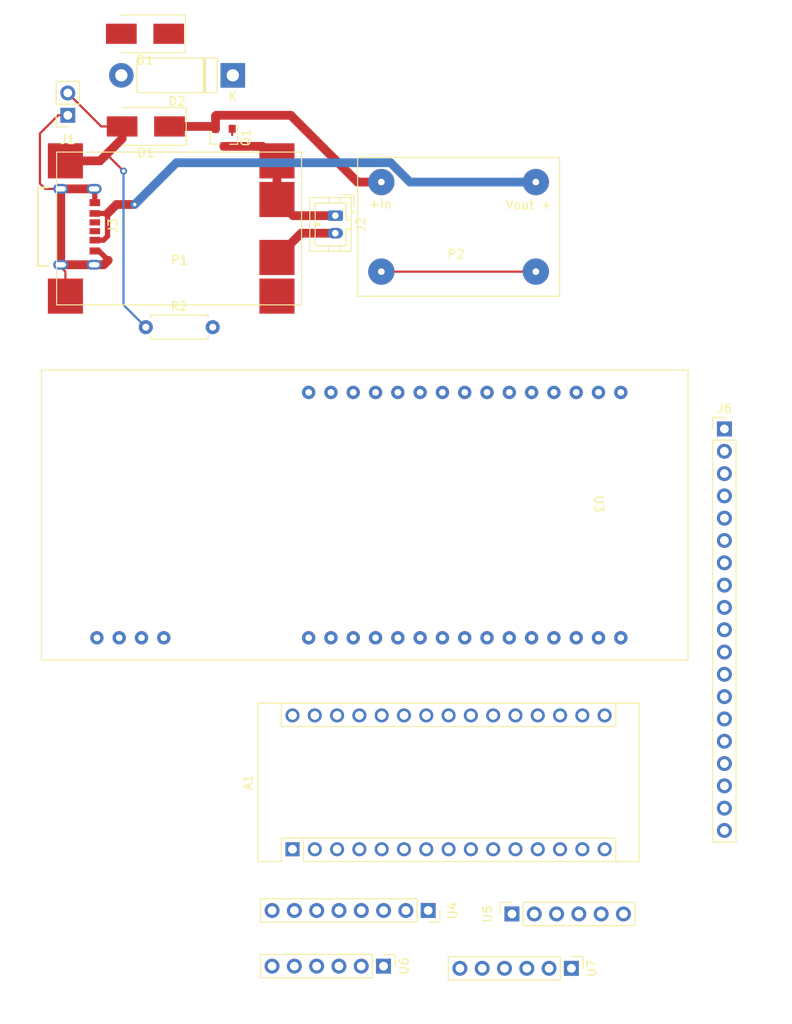
<source format=kicad_pcb>
(kicad_pcb (version 20211014) (generator pcbnew)
  (layers (0 "F.Cu" signal "Front") (31 "B.Cu" signal "Back") (34 "B.Paste" user) (35 "F.Paste" user) (36 "B.SilkS" user "B.Silkscreen") (37 "F.SilkS" user "F.Silkscreen") (38 "B.Mask" user) (39 "F.Mask" user) (44 "Edge.Cuts" user))
  (net 0 "")
  (net 1 "Net-(D1-Pad2)")
  (net 2 "Net-(D1-Pad1)")
  (net 3 "GND")
  (net 4 "/Sensors and microcontrollers/TX_ARD")
  (net 5 "/Sensors and microcontrollers/RX_ARD")
  (net 9 "/Sensors and microcontrollers/INT_OUT_ARD")
  (net 11 "/Sensors and microcontrollers/CS_SD")
  (net 12 "/Sensors and microcontrollers/BOOST")
  (net 13 "/Sensors and microcontrollers/TX_PMS")
  (net 14 "/Sensors and microcontrollers/RX_PMS")
  (net 15 "/Sensors and microcontrollers/LED_EN")
  (net 16 "/Sensors and microcontrollers/MOSI")
  (net 17 "/Sensors and microcontrollers/MISO")
  (net 18 "/Sensors and microcontrollers/CLK")
  (net 25 "/Sensors and microcontrollers/SDA")
  (net 26 "/Sensors and microcontrollers/SCL")
  (net 31 "Net-(J2-Pad2)")
  (net 32 "+5V")
  (net 35 "/Sensors and microcontrollers/Y4_CAM")
  (net 36 "/Sensors and microcontrollers/Y3_CAM")
  (net 37 "/Sensors and microcontrollers/Y5_CAM")
  (net 38 "/Sensors and microcontrollers/Y2_CAM")
  (net 39 "/Sensors and microcontrollers/Y6_CAM")
  (net 40 "/Sensors and microcontrollers/PCLK_CAM")
  (net 41 "/Sensors and microcontrollers/Y7_CAM")
  (net 42 "/Sensors and microcontrollers/Y8_CAM")
  (net 43 "/Sensors and microcontrollers/XCLK_CAM")
  (net 44 "/Sensors and microcontrollers/Y9_CAM")
  (net 45 "/Sensors and microcontrollers/HREF_CAM")
  (net 46 "/Sensors and microcontrollers/PWDN_CAM")
  (net 47 "/Sensors and microcontrollers/VSYNC_CAM")
  (net 48 "/Sensors and microcontrollers/SOIC_CAM")
  (net 49 "/Sensors and microcontrollers/SIOD_CAM")
  (net 50 "Net-(P1-Pad6)")
  (net 51 "Net-(D2-Pad1)")
  (net 61 "Net-(U3-Pad16)")
  (net 62 "Net-(U3-Pad17)")
  (net 71 "/Power Supply/Vbat")
  (net 72 "+3V3")
  (net 73 "/Sensors and microcontrollers/CAM_RST")
  (footprint "Connector_PinSocket_2.54mm:PinSocket_1x02_P2.54mm_Vertical" (layer "F.Cu") (at 76.2 81.28 180)
    (fp_text reference "J1" (at 0 -2.77) (layer "F.SilkS"))
    (fp_text value "Conn_01x02_Female")
    (pad "1" thru_hole rect locked (at 0 0 180) (size 1.7 1.7) (drill 1) (layers *.Cu *.Mask) (net 3 "GND"))
    (pad "2" thru_hole oval locked (at 0 2.54 180) (size 1.7 1.7) (drill 1) (layers *.Cu *.Mask) (net 1 "Net-(D1-Pad2)"))
  )
  (footprint "components:GCT_USB4125-GF-A-0190_REVA2" (layer "F.Cu") (at 76.2 93.98 -90)
    (fp_text reference "J3" (at -0.125 -5.135 -90) (layer "F.SilkS"))
    (fp_text value "USB_C_Receptacle_USB2.0")
    (fp_poly (pts (xy -4.32 -0.05) (xy -4.349 -0.049) (xy -4.377 -0.047) (xy -4.406 -0.043) (xy -4.434 -0.038) (xy -4.462 -0.031) (xy -4.49 -0.023) (xy -4.517 -0.013) (xy -4.544 -0.002) (xy -4.57 0.01) (xy -4.595 0.024) (xy -4.62 0.039) (xy -4.643 0.055) (xy -4.666 0.073) (xy -4.688 0.091) (xy -4.709 0.111) (xy -4.729 0.132) (xy -4.747 0.154) (xy -4.765 0.177) (xy -4.781 0.2) (xy -4.796 0.225) (xy -4.81 0.25) (xy -4.822 0.276) (xy -4.833 0.303) (xy -4.843 0.33) (xy -4.851 0.358) (xy -4.858 0.386) (xy -4.863 0.414) (xy -4.867 0.443) (xy -4.869 0.471) (xy -4.87 0.5) (xy -4.87 1.1) (xy -4.869 1.129) (xy -4.867 1.157) (xy -4.863 1.186) (xy -4.858 1.214) (xy -4.851 1.242) (xy -4.843 1.27) (xy -4.833 1.297) (xy -4.822 1.324) (xy -4.81 1.35) (xy -4.796 1.375) (xy -4.781 1.4) (xy -4.765 1.423) (xy -4.747 1.446) (xy -4.729 1.468) (xy -4.709 1.489) (xy -4.688 1.509) (xy -4.666 1.527) (xy -4.643 1.545) (xy -4.62 1.561) (xy -4.595 1.576) (xy -4.57 1.59) (xy -4.544 1.602) (xy -4.517 1.613) (xy -4.49 1.623) (xy -4.462 1.631) (xy -4.434 1.638) (xy -4.406 1.643) (xy -4.377 1.647) (xy -4.349 1.649) (xy -4.32 1.65) (xy -4.291 1.649) (xy -4.263 1.647) (xy -4.234 1.643) (xy -4.206 1.638) (xy -4.178 1.631) (xy -4.15 1.623) (xy -4.123 1.613) (xy -4.096 1.602) (xy -4.07 1.59) (xy -4.045 1.576) (xy -4.02 1.561) (xy -3.997 1.545) (xy -3.974 1.527) (xy -3.952 1.509) (xy -3.931 1.489) (xy -3.911 1.468) (xy -3.893 1.446) (xy -3.875 1.423) (xy -3.859 1.4) (xy -3.844 1.375) (xy -3.83 1.35) (xy -3.818 1.324) (xy -3.807 1.297) (xy -3.797 1.27) (xy -3.789 1.242) (xy -3.782 1.214) (xy -3.777 1.186) (xy -3.773 1.157) (xy -3.771 1.129) (xy -3.77 1.1) (xy -3.77 0.5) (xy -3.771 0.471) (xy -3.773 0.443) (xy -3.777 0.414) (xy -3.782 0.386) (xy -3.789 0.358) (xy -3.797 0.33) (xy -3.807 0.303) (xy -3.818 0.276) (xy -3.83 0.25) (xy -3.844 0.225) (xy -3.859 0.2) (xy -3.875 0.177) (xy -3.893 0.154) (xy -3.911 0.132) (xy -3.931 0.111) (xy -3.952 0.091) (xy -3.974 0.073) (xy -3.997 0.055) (xy -4.02 0.039) (xy -4.045 0.024) (xy -4.07 0.01) (xy -4.096 -0.002) (xy -4.123 -0.013) (xy -4.15 -0.023) (xy -4.178 -0.031) (xy -4.206 -0.038) (xy -4.234 -0.043) (xy -4.263 -0.047) (xy -4.291 -0.049) (xy -4.32 -0.05)) (layer "F.Cu") (width 0.01) (fill solid))
    (fp_poly (pts (xy -4.32 -3.85) (xy -4.349 -3.849) (xy -4.377 -3.847) (xy -4.406 -3.843) (xy -4.434 -3.838) (xy -4.462 -3.831) (xy -4.49 -3.823) (xy -4.517 -3.813) (xy -4.544 -3.802) (xy -4.57 -3.79) (xy -4.595 -3.776) (xy -4.62 -3.761) (xy -4.643 -3.745) (xy -4.666 -3.727) (xy -4.688 -3.709) (xy -4.709 -3.689) (xy -4.729 -3.668) (xy -4.747 -3.646) (xy -4.765 -3.623) (xy -4.781 -3.6) (xy -4.796 -3.575) (xy -4.81 -3.55) (xy -4.822 -3.524) (xy -4.833 -3.497) (xy -4.843 -3.47) (xy -4.851 -3.442) (xy -4.858 -3.414) (xy -4.863 -3.386) (xy -4.867 -3.357) (xy -4.869 -3.329) (xy -4.87 -3.3) (xy -4.87 -2.7) (xy -4.869 -2.671) (xy -4.867 -2.643) (xy -4.863 -2.614) (xy -4.858 -2.586) (xy -4.851 -2.558) (xy -4.843 -2.53) (xy -4.833 -2.503) (xy -4.822 -2.476) (xy -4.81 -2.45) (xy -4.796 -2.425) (xy -4.781 -2.4) (xy -4.765 -2.377) (xy -4.747 -2.354) (xy -4.729 -2.332) (xy -4.709 -2.311) (xy -4.688 -2.291) (xy -4.666 -2.273) (xy -4.643 -2.255) (xy -4.62 -2.239) (xy -4.595 -2.224) (xy -4.57 -2.21) (xy -4.544 -2.198) (xy -4.517 -2.187) (xy -4.49 -2.177) (xy -4.462 -2.169) (xy -4.434 -2.162) (xy -4.406 -2.157) (xy -4.377 -2.153) (xy -4.349 -2.151) (xy -4.32 -2.15) (xy -4.291 -2.151) (xy -4.263 -2.153) (xy -4.234 -2.157) (xy -4.206 -2.162) (xy -4.178 -2.169) (xy -4.15 -2.177) (xy -4.123 -2.187) (xy -4.096 -2.198) (xy -4.07 -2.21) (xy -4.045 -2.224) (xy -4.02 -2.239) (xy -3.997 -2.255) (xy -3.974 -2.273) (xy -3.952 -2.291) (xy -3.931 -2.311) (xy -3.911 -2.332) (xy -3.893 -2.354) (xy -3.875 -2.377) (xy -3.859 -2.4) (xy -3.844 -2.425) (xy -3.83 -2.45) (xy -3.818 -2.476) (xy -3.807 -2.503) (xy -3.797 -2.53) (xy -3.789 -2.558) (xy -3.782 -2.586) (xy -3.777 -2.614) (xy -3.773 -2.643) (xy -3.771 -2.671) (xy -3.77 -2.7) (xy -3.77 -3.3) (xy -3.771 -3.329) (xy -3.773 -3.357) (xy -3.777 -3.386) (xy -3.782 -3.414) (xy -3.789 -3.442) (xy -3.797 -3.47) (xy -3.807 -3.497) (xy -3.818 -3.524) (xy -3.83 -3.55) (xy -3.844 -3.575) (xy -3.859 -3.6) (xy -3.875 -3.623) (xy -3.893 -3.646) (xy -3.911 -3.668) (xy -3.931 -3.689) (xy -3.952 -3.709) (xy -3.974 -3.727) (xy -3.997 -3.745) (xy -4.02 -3.761) (xy -4.045 -3.776) (xy -4.07 -3.79) (xy -4.096 -3.802) (xy -4.123 -3.813) (xy -4.15 -3.823) (xy -4.178 -3.831) (xy -4.206 -3.838) (xy -4.234 -3.843) (xy -4.263 -3.847) (xy -4.291 -3.849) (xy -4.32 -3.85)) (layer "F.Cu") (width 0.01) (fill solid))
    (fp_poly (pts (xy 4.32 -0.05) (xy 4.291 -0.049) (xy 4.263 -0.047) (xy 4.234 -0.043) (xy 4.206 -0.038) (xy 4.178 -0.031) (xy 4.15 -0.023) (xy 4.123 -0.013) (xy 4.096 -0.002) (xy 4.07 0.01) (xy 4.045 0.024) (xy 4.02 0.039) (xy 3.997 0.055) (xy 3.974 0.073) (xy 3.952 0.091) (xy 3.931 0.111) (xy 3.911 0.132) (xy 3.893 0.154) (xy 3.875 0.177) (xy 3.859 0.2) (xy 3.844 0.225) (xy 3.83 0.25) (xy 3.818 0.276) (xy 3.807 0.303) (xy 3.797 0.33) (xy 3.789 0.358) (xy 3.782 0.386) (xy 3.777 0.414) (xy 3.773 0.443) (xy 3.771 0.471) (xy 3.77 0.5) (xy 3.77 1.1) (xy 3.771 1.129) (xy 3.773 1.157) (xy 3.777 1.186) (xy 3.782 1.214) (xy 3.789 1.242) (xy 3.797 1.27) (xy 3.807 1.297) (xy 3.818 1.324) (xy 3.83 1.35) (xy 3.844 1.375) (xy 3.859 1.4) (xy 3.875 1.423) (xy 3.893 1.446) (xy 3.911 1.468) (xy 3.931 1.489) (xy 3.952 1.509) (xy 3.974 1.527) (xy 3.997 1.545) (xy 4.02 1.561) (xy 4.045 1.576) (xy 4.07 1.59) (xy 4.096 1.602) (xy 4.123 1.613) (xy 4.15 1.623) (xy 4.178 1.631) (xy 4.206 1.638) (xy 4.234 1.643) (xy 4.263 1.647) (xy 4.291 1.649) (xy 4.32 1.65) (xy 4.349 1.649) (xy 4.377 1.647) (xy 4.406 1.643) (xy 4.434 1.638) (xy 4.462 1.631) (xy 4.49 1.623) (xy 4.517 1.613) (xy 4.544 1.602) (xy 4.57 1.59) (xy 4.595 1.576) (xy 4.62 1.561) (xy 4.643 1.545) (xy 4.666 1.527) (xy 4.688 1.509) (xy 4.709 1.489) (xy 4.729 1.468) (xy 4.747 1.446) (xy 4.765 1.423) (xy 4.781 1.4) (xy 4.796 1.375) (xy 4.81 1.35) (xy 4.822 1.324) (xy 4.833 1.297) (xy 4.843 1.27) (xy 4.851 1.242) (xy 4.858 1.214) (xy 4.863 1.186) (xy 4.867 1.157) (xy 4.869 1.129) (xy 4.87 1.1) (xy 4.87 0.5) (xy 4.869 0.471) (xy 4.867 0.443) (xy 4.863 0.414) (xy 4.858 0.386) (xy 4.851 0.358) (xy 4.843 0.33) (xy 4.833 0.303) (xy 4.822 0.276) (xy 4.81 0.25) (xy 4.796 0.225) (xy 4.781 0.2) (xy 4.765 0.177) (xy 4.747 0.154) (xy 4.729 0.132) (xy 4.709 0.111) (xy 4.688 0.091) (xy 4.666 0.073) (xy 4.643 0.055) (xy 4.62 0.039) (xy 4.595 0.024) (xy 4.57 0.01) (xy 4.544 -0.002) (xy 4.517 -0.013) (xy 4.49 -0.023) (xy 4.462 -0.031) (xy 4.434 -0.038) (xy 4.406 -0.043) (xy 4.377 -0.047) (xy 4.349 -0.049) (xy 4.32 -0.05)) (layer "F.Cu") (width 0.01) (fill solid))
    (fp_poly (pts (xy 4.32 -3.85) (xy 4.291 -3.849) (xy 4.263 -3.847) (xy 4.234 -3.843) (xy 4.206 -3.838) (xy 4.178 -3.831) (xy 4.15 -3.823) (xy 4.123 -3.813) (xy 4.096 -3.802) (xy 4.07 -3.79) (xy 4.045 -3.776) (xy 4.02 -3.761) (xy 3.997 -3.745) (xy 3.974 -3.727) (xy 3.952 -3.709) (xy 3.931 -3.689) (xy 3.911 -3.668) (xy 3.893 -3.646) (xy 3.875 -3.623) (xy 3.859 -3.6) (xy 3.844 -3.575) (xy 3.83 -3.55) (xy 3.818 -3.524) (xy 3.807 -3.497) (xy 3.797 -3.47) (xy 3.789 -3.442) (xy 3.782 -3.414) (xy 3.777 -3.386) (xy 3.773 -3.357) (xy 3.771 -3.329) (xy 3.77 -3.3) (xy 3.77 -2.7) (xy 3.771 -2.671) (xy 3.773 -2.643) (xy 3.777 -2.614) (xy 3.782 -2.586) (xy 3.789 -2.558) (xy 3.797 -2.53) (xy 3.807 -2.503) (xy 3.818 -2.476) (xy 3.83 -2.45) (xy 3.844 -2.425) (xy 3.859 -2.4) (xy 3.875 -2.377) (xy 3.893 -2.354) (xy 3.911 -2.332) (xy 3.931 -2.311) (xy 3.952 -2.291) (xy 3.974 -2.273) (xy 3.997 -2.255) (xy 4.02 -2.239) (xy 4.045 -2.224) (xy 4.07 -2.21) (xy 4.096 -2.198) (xy 4.123 -2.187) (xy 4.15 -2.177) (xy 4.178 -2.169) (xy 4.206 -2.162) (xy 4.234 -2.157) (xy 4.263 -2.153) (xy 4.291 -2.151) (xy 4.32 -2.15) (xy 4.349 -2.151) (xy 4.377 -2.153) (xy 4.406 -2.157) (xy 4.434 -2.162) (xy 4.462 -2.169) (xy 4.49 -2.177) (xy 4.517 -2.187) (xy 4.544 -2.198) (xy 4.57 -2.21) (xy 4.595 -2.224) (xy 4.62 -2.239) (xy 4.643 -2.255) (xy 4.666 -2.273) (xy 4.688 -2.291) (xy 4.709 -2.311) (xy 4.729 -2.332) (xy 4.747 -2.354) (xy 4.765 -2.377) (xy 4.781 -2.4) (xy 4.796 -2.425) (xy 4.81 -2.45) (xy 4.822 -2.476) (xy 4.833 -2.503) (xy 4.843 -2.53) (xy 4.851 -2.558) (xy 4.858 -2.586) (xy 4.863 -2.614) (xy 4.867 -2.643) (xy 4.869 -2.671) (xy 4.87 -2.7) (xy 4.87 -3.3) (xy 4.869 -3.329) (xy 4.867 -3.357) (xy 4.863 -3.386) (xy 4.858 -3.414) (xy 4.851 -3.442) (xy 4.843 -3.47) (xy 4.833 -3.497) (xy 4.822 -3.524) (xy 4.81 -3.55) (xy 4.796 -3.575) (xy 4.781 -3.6) (xy 4.765 -3.623) (xy 4.747 -3.646) (xy 4.729 -3.668) (xy 4.709 -3.689) (xy 4.688 -3.709) (xy 4.666 -3.727) (xy 4.643 -3.745) (xy 4.62 -3.761) (xy 4.595 -3.776) (xy 4.57 -3.79) (xy 4.544 -3.802) (xy 4.517 -3.813) (xy 4.49 -3.823) (xy 4.462 -3.831) (xy 4.434 -3.838) (xy 4.406 -3.843) (xy 4.377 -3.847) (xy 4.349 -3.849) (xy 4.32 -3.85)) (layer "F.Cu") (width 0.01) (fill solid))
    (fp_poly (pts (xy -4.32 -3.85) (xy -4.349 -3.849) (xy -4.377 -3.847) (xy -4.406 -3.843) (xy -4.434 -3.838) (xy -4.462 -3.831) (xy -4.49 -3.823) (xy -4.517 -3.813) (xy -4.544 -3.802) (xy -4.57 -3.79) (xy -4.595 -3.776) (xy -4.62 -3.761) (xy -4.643 -3.745) (xy -4.666 -3.727) (xy -4.688 -3.709) (xy -4.709 -3.689) (xy -4.729 -3.668) (xy -4.747 -3.646) (xy -4.765 -3.623) (xy -4.781 -3.6) (xy -4.796 -3.575) (xy -4.81 -3.55) (xy -4.822 -3.524) (xy -4.833 -3.497) (xy -4.843 -3.47) (xy -4.851 -3.442) (xy -4.858 -3.414) (xy -4.863 -3.386) (xy -4.867 -3.357) (xy -4.869 -3.329) (xy -4.87 -3.3) (xy -4.87 -2.7) (xy -4.869 -2.671) (xy -4.867 -2.643) (xy -4.863 -2.614) (xy -4.858 -2.586) (xy -4.851 -2.558) (xy -4.843 -2.53) (xy -4.833 -2.503) (xy -4.822 -2.476) (xy -4.81 -2.45) (xy -4.796 -2.425) (xy -4.781 -2.4) (xy -4.765 -2.377) (xy -4.747 -2.354) (xy -4.729 -2.332) (xy -4.709 -2.311) (xy -4.688 -2.291) (xy -4.666 -2.273) (xy -4.643 -2.255) (xy -4.62 -2.239) (xy -4.595 -2.224) (xy -4.57 -2.21) (xy -4.544 -2.198) (xy -4.517 -2.187) (xy -4.49 -2.177) (xy -4.462 -2.169) (xy -4.434 -2.162) (xy -4.406 -2.157) (xy -4.377 -2.153) (xy -4.349 -2.151) (xy -4.32 -2.15) (xy -4.291 -2.151) (xy -4.263 -2.153) (xy -4.234 -2.157) (xy -4.206 -2.162) (xy -4.178 -2.169) (xy -4.15 -2.177) (xy -4.123 -2.187) (xy -4.096 -2.198) (xy -4.07 -2.21) (xy -4.045 -2.224) (xy -4.02 -2.239) (xy -3.997 -2.255) (xy -3.974 -2.273) (xy -3.952 -2.291) (xy -3.931 -2.311) (xy -3.911 -2.332) (xy -3.893 -2.354) (xy -3.875 -2.377) (xy -3.859 -2.4) (xy -3.844 -2.425) (xy -3.83 -2.45) (xy -3.818 -2.476) (xy -3.807 -2.503) (xy -3.797 -2.53) (xy -3.789 -2.558) (xy -3.782 -2.586) (xy -3.777 -2.614) (xy -3.773 -2.643) (xy -3.771 -2.671) (xy -3.77 -2.7) (xy -3.77 -3.3) (xy -3.771 -3.329) (xy -3.773 -3.357) (xy -3.777 -3.386) (xy -3.782 -3.414) (xy -3.789 -3.442) (xy -3.797 -3.47) (xy -3.807 -3.497) (xy -3.818 -3.524) (xy -3.83 -3.55) (xy -3.844 -3.575) (xy -3.859 -3.6) (xy -3.875 -3.623) (xy -3.893 -3.646) (xy -3.911 -3.668) (xy -3.931 -3.689) (xy -3.952 -3.709) (xy -3.974 -3.727) (xy -3.997 -3.745) (xy -4.02 -3.761) (xy -4.045 -3.776) (xy -4.07 -3.79) (xy -4.096 -3.802) (xy -4.123 -3.813) (xy -4.15 -3.823) (xy -4.178 -3.831) (xy -4.206 -3.838) (xy -4.234 -3.843) (xy -4.263 -3.847) (xy -4.291 -3.849) (xy -4.32 -3.85)) (layer "B.Cu") (width 0.01) (fill solid))
    (fp_poly (pts (xy 4.32 -3.85) (xy 4.291 -3.849) (xy 4.263 -3.847) (xy 4.234 -3.843) (xy 4.206 -3.838) (xy 4.178 -3.831) (xy 4.15 -3.823) (xy 4.123 -3.813) (xy 4.096 -3.802) (xy 4.07 -3.79) (xy 4.045 -3.776) (xy 4.02 -3.761) (xy 3.997 -3.745) (xy 3.974 -3.727) (xy 3.952 -3.709) (xy 3.931 -3.689) (xy 3.911 -3.668) (xy 3.893 -3.646) (xy 3.875 -3.623) (xy 3.859 -3.6) (xy 3.844 -3.575) (xy 3.83 -3.55) (xy 3.818 -3.524) (xy 3.807 -3.497) (xy 3.797 -3.47) (xy 3.789 -3.442) (xy 3.782 -3.414) (xy 3.777 -3.386) (xy 3.773 -3.357) (xy 3.771 -3.329) (xy 3.77 -3.3) (xy 3.77 -2.7) (xy 3.771 -2.671) (xy 3.773 -2.643) (xy 3.777 -2.614) (xy 3.782 -2.586) (xy 3.789 -2.558) (xy 3.797 -2.53) (xy 3.807 -2.503) (xy 3.818 -2.476) (xy 3.83 -2.45) (xy 3.844 -2.425) (xy 3.859 -2.4) (xy 3.875 -2.377) (xy 3.893 -2.354) (xy 3.911 -2.332) (xy 3.931 -2.311) (xy 3.952 -2.291) (xy 3.974 -2.273) (xy 3.997 -2.255) (xy 4.02 -2.239) (xy 4.045 -2.224) (xy 4.07 -2.21) (xy 4.096 -2.198) (xy 4.123 -2.187) (xy 4.15 -2.177) (xy 4.178 -2.169) (xy 4.206 -2.162) (xy 4.234 -2.157) (xy 4.263 -2.153) (xy 4.291 -2.151) (xy 4.32 -2.15) (xy 4.349 -2.151) (xy 4.377 -2.153) (xy 4.406 -2.157) (xy 4.434 -2.162) (xy 4.462 -2.169) (xy 4.49 -2.177) (xy 4.517 -2.187) (xy 4.544 -2.198) (xy 4.57 -2.21) (xy 4.595 -2.224) (xy 4.62 -2.239) (xy 4.643 -2.255) (xy 4.666 -2.273) (xy 4.688 -2.291) (xy 4.709 -2.311) (xy 4.729 -2.332) (xy 4.747 -2.354) (xy 4.765 -2.377) (xy 4.781 -2.4) (xy 4.796 -2.425) (xy 4.81 -2.45) (xy 4.822 -2.476) (xy 4.833 -2.503) (xy 4.843 -2.53) (xy 4.851 -2.558) (xy 4.858 -2.586) (xy 4.863 -2.614) (xy 4.867 -2.643) (xy 4.869 -2.671) (xy 4.87 -2.7) (xy 4.87 -3.3) (xy 4.869 -3.329) (xy 4.867 -3.357) (xy 4.863 -3.386) (xy 4.858 -3.414) (xy 4.851 -3.442) (xy 4.843 -3.47) (xy 4.833 -3.497) (xy 4.822 -3.524) (xy 4.81 -3.55) (xy 4.796 -3.575) (xy 4.781 -3.6) (xy 4.765 -3.623) (xy 4.747 -3.646) (xy 4.729 -3.668) (xy 4.709 -3.689) (xy 4.688 -3.709) (xy 4.666 -3.727) (xy 4.643 -3.745) (xy 4.62 -3.761) (xy 4.595 -3.776) (xy 4.57 -3.79) (xy 4.544 -3.802) (xy 4.517 -3.813) (xy 4.49 -3.823) (xy 4.462 -3.831) (xy 4.434 -3.838) (xy 4.406 -3.843) (xy 4.377 -3.847) (xy 4.349 -3.849) (xy 4.32 -3.85)) (layer "B.Cu") (width 0.01) (fill solid))
    (fp_poly (pts (xy -4.32 -0.05) (xy -4.349 -0.049) (xy -4.377 -0.047) (xy -4.406 -0.043) (xy -4.434 -0.038) (xy -4.462 -0.031) (xy -4.49 -0.023) (xy -4.517 -0.013) (xy -4.544 -0.002) (xy -4.57 0.01) (xy -4.595 0.024) (xy -4.62 0.039) (xy -4.643 0.055) (xy -4.666 0.073) (xy -4.688 0.091) (xy -4.709 0.111) (xy -4.729 0.132) (xy -4.747 0.154) (xy -4.765 0.177) (xy -4.781 0.2) (xy -4.796 0.225) (xy -4.81 0.25) (xy -4.822 0.276) (xy -4.833 0.303) (xy -4.843 0.33) (xy -4.851 0.358) (xy -4.858 0.386) (xy -4.863 0.414) (xy -4.867 0.443) (xy -4.869 0.471) (xy -4.87 0.5) (xy -4.87 1.1) (xy -4.869 1.129) (xy -4.867 1.157) (xy -4.863 1.186) (xy -4.858 1.214) (xy -4.851 1.242) (xy -4.843 1.27) (xy -4.833 1.297) (xy -4.822 1.324) (xy -4.81 1.35) (xy -4.796 1.375) (xy -4.781 1.4) (xy -4.765 1.423) (xy -4.747 1.446) (xy -4.729 1.468) (xy -4.709 1.489) (xy -4.688 1.509) (xy -4.666 1.527) (xy -4.643 1.545) (xy -4.62 1.561) (xy -4.595 1.576) (xy -4.57 1.59) (xy -4.544 1.602) (xy -4.517 1.613) (xy -4.49 1.623) (xy -4.462 1.631) (xy -4.434 1.638) (xy -4.406 1.643) (xy -4.377 1.647) (xy -4.349 1.649) (xy -4.32 1.65) (xy -4.291 1.649) (xy -4.263 1.647) (xy -4.234 1.643) (xy -4.206 1.638) (xy -4.178 1.631) (xy -4.15 1.623) (xy -4.123 1.613) (xy -4.096 1.602) (xy -4.07 1.59) (xy -4.045 1.576) (xy -4.02 1.561) (xy -3.997 1.545) (xy -3.974 1.527) (xy -3.952 1.509) (xy -3.931 1.489) (xy -3.911 1.468) (xy -3.893 1.446) (xy -3.875 1.423) (xy -3.859 1.4) (xy -3.844 1.375) (xy -3.83 1.35) (xy -3.818 1.324) (xy -3.807 1.297) (xy -3.797 1.27) (xy -3.789 1.242) (xy -3.782 1.214) (xy -3.777 1.186) (xy -3.773 1.157) (xy -3.771 1.129) (xy -3.77 1.1) (xy -3.77 0.5) (xy -3.771 0.471) (xy -3.773 0.443) (xy -3.777 0.414) (xy -3.782 0.386) (xy -3.789 0.358) (xy -3.797 0.33) (xy -3.807 0.303) (xy -3.818 0.276) (xy -3.83 0.25) (xy -3.844 0.225) (xy -3.859 0.2) (xy -3.875 0.177) (xy -3.893 0.154) (xy -3.911 0.132) (xy -3.931 0.111) (xy -3.952 0.091) (xy -3.974 0.073) (xy -3.997 0.055) (xy -4.02 0.039) (xy -4.045 0.024) (xy -4.07 0.01) (xy -4.096 -0.002) (xy -4.123 -0.013) (xy -4.15 -0.023) (xy -4.178 -0.031) (xy -4.206 -0.038) (xy -4.234 -0.043) (xy -4.263 -0.047) (xy -4.291 -0.049) (xy -4.32 -0.05)) (layer "B.Cu") (width 0.01) (fill solid))
    (fp_poly (pts (xy 4.32 -0.05) (xy 4.291 -0.049) (xy 4.263 -0.047) (xy 4.234 -0.043) (xy 4.206 -0.038) (xy 4.178 -0.031) (xy 4.15 -0.023) (xy 4.123 -0.013) (xy 4.096 -0.002) (xy 4.07 0.01) (xy 4.045 0.024) (xy 4.02 0.039) (xy 3.997 0.055) (xy 3.974 0.073) (xy 3.952 0.091) (xy 3.931 0.111) (xy 3.911 0.132) (xy 3.893 0.154) (xy 3.875 0.177) (xy 3.859 0.2) (xy 3.844 0.225) (xy 3.83 0.25) (xy 3.818 0.276) (xy 3.807 0.303) (xy 3.797 0.33) (xy 3.789 0.358) (xy 3.782 0.386) (xy 3.777 0.414) (xy 3.773 0.443) (xy 3.771 0.471) (xy 3.77 0.5) (xy 3.77 1.1) (xy 3.771 1.129) (xy 3.773 1.157) (xy 3.777 1.186) (xy 3.782 1.214) (xy 3.789 1.242) (xy 3.797 1.27) (xy 3.807 1.297) (xy 3.818 1.324) (xy 3.83 1.35) (xy 3.844 1.375) (xy 3.859 1.4) (xy 3.875 1.423) (xy 3.893 1.446) (xy 3.911 1.468) (xy 3.931 1.489) (xy 3.952 1.509) (xy 3.974 1.527) (xy 3.997 1.545) (xy 4.02 1.561) (xy 4.045 1.576) (xy 4.07 1.59) (xy 4.096 1.602) (xy 4.123 1.613) (xy 4.15 1.623) (xy 4.178 1.631) (xy 4.206 1.638) (xy 4.234 1.643) (xy 4.263 1.647) (xy 4.291 1.649) (xy 4.32 1.65) (xy 4.349 1.649) (xy 4.377 1.647) (xy 4.406 1.643) (xy 4.434 1.638) (xy 4.462 1.631) (xy 4.49 1.623) (xy 4.517 1.613) (xy 4.544 1.602) (xy 4.57 1.59) (xy 4.595 1.576) (xy 4.62 1.561) (xy 4.643 1.545) (xy 4.666 1.527) (xy 4.688 1.509) (xy 4.709 1.489) (xy 4.729 1.468) (xy 4.747 1.446) (xy 4.765 1.423) (xy 4.781 1.4) (xy 4.796 1.375) (xy 4.81 1.35) (xy 4.822 1.324) (xy 4.833 1.297) (xy 4.843 1.27) (xy 4.851 1.242) (xy 4.858 1.214) (xy 4.863 1.186) (xy 4.867 1.157) (xy 4.869 1.129) (xy 4.87 1.1) (xy 4.87 0.5) (xy 4.869 0.471) (xy 4.867 0.443) (xy 4.863 0.414) (xy 4.858 0.386) (xy 4.851 0.358) (xy 4.843 0.33) (xy 4.833 0.303) (xy 4.822 0.276) (xy 4.81 0.25) (xy 4.796 0.225) (xy 4.781 0.2) (xy 4.765 0.177) (xy 4.747 0.154) (xy 4.729 0.132) (xy 4.709 0.111) (xy 4.688 0.091) (xy 4.666 0.073) (xy 4.643 0.055) (xy 4.62 0.039) (xy 4.595 0.024) (xy 4.57 0.01) (xy 4.544 -0.002) (xy 4.517 -0.013) (xy 4.49 -0.023) (xy 4.462 -0.031) (xy 4.434 -0.038) (xy 4.406 -0.043) (xy 4.377 -0.047) (xy 4.349 -0.049) (xy 4.32 -0.05)) (layer "B.Cu") (width 0.01) (fill solid))
    (pad "A5" smd rect locked (at -0.5 -3.08 270) (size 0.7 1.2) (layers "F.Cu" "F.Paste" "F.Mask"))
    (pad "A9" smd rect locked (at 1.52 -3.08 270) (size 0.76 1.2) (layers "F.Cu" "F.Paste" "F.Mask") (net 32 "+5V"))
    (pad "A12" smd rect locked (at 2.75 -3.08 270) (size 0.8 1.2) (layers "F.Cu" "F.Paste" "F.Mask") (net 3 "GND"))
    (pad "B5" smd rect locked (at 0.5 -3.08 270) (size 0.7 1.2) (layers "F.Cu" "F.Paste" "F.Mask"))
    (pad "B9" smd rect locked (at -1.52 -3.08 270) (size 0.76 1.2) (layers "F.Cu" "F.Paste" "F.Mask") (net 32 "+5V"))
    (pad "B12" smd rect locked (at -2.75 -3.08 270) (size 0.8 1.2) (layers "F.Cu" "F.Paste" "F.Mask") (net 3 "GND"))
    (pad "S1" thru_hole oval locked (at -4.32 -3 270) (size 0.8 1.6) (drill oval 0.6 1.2) (layers *.Cu) (net 3 "GND"))
    (pad "S2" thru_hole oval locked (at 4.32 -3 270) (size 0.8 1.6) (drill oval 0.6 1.2) (layers *.Cu) (net 3 "GND"))
    (pad "S3" thru_hole oval locked (at -4.32 0.8 270) (size 0.8 1.6) (drill oval 0.6 1.2) (layers *.Cu) (net 3 "GND"))
    (pad "S4" thru_hole oval locked (at 4.32 0.8 270) (size 0.8 1.6) (drill oval 0.6 1.2) (layers *.Cu) (net 3 "GND"))
  )
  (footprint "Diode_SMD:D_SMB_Handsoldering" (layer "F.Cu") (at 85.09 82.55 180)
    (fp_text reference "D1" (at 0 -3) (layer "F.SilkS"))
    (fp_text value "D_Schottky")
    (pad "1" smd rect locked (at -2.7 0 180) (size 3.5 2.3) (layers "F.Cu" "F.Paste" "F.Mask") (net 2 "Net-(D1-Pad1)"))
    (pad "2" smd rect locked (at 2.7 0 180) (size 3.5 2.3) (layers "F.Cu" "F.Paste" "F.Mask") (net 1 "Net-(D1-Pad2)"))
  )
  (footprint "Components:TP4056breakout" (layer "F.Cu") (at 74.93 102.87)
    (fp_text reference "P1" (at 14 -5.1) (layer "F.SilkS"))
    (fp_text value "TP4056breakout")
    (pad "1" smd rect locked (at 1 -16.4) (size 4 4) (layers "F.Cu" "F.Paste" "F.Mask") (net 1 "Net-(D1-Pad2)"))
    (pad "2" smd rect locked (at 1 -1) (size 4 4) (layers "F.Cu" "F.Paste" "F.Mask") (net 3 "GND"))
    (pad "3" smd rect locked (at 25.1 -16.4) (size 4 4) (layers "F.Cu" "F.Paste" "F.Mask") (net 71 "/Power Supply/Vbat"))
    (pad "4" smd rect locked (at 25.1 -12) (size 4 4) (layers "F.Cu" "F.Paste" "F.Mask") (net 71 "/Power Supply/Vbat"))
    (pad "5" smd rect locked (at 25.1 -5.4) (size 4 4) (layers "F.Cu" "F.Paste" "F.Mask") (net 31 "Net-(J2-Pad2)"))
    (pad "6" smd rect locked (at 25.1 -1) (size 4 4) (layers "F.Cu" "F.Paste" "F.Mask") (net 50 "Net-(P1-Pad6)"))
  )
  (footprint "Components:GenericBoostConverter" (layer "F.Cu") (at 109.22 101.885)
    (fp_text reference "P2" (at 11.2 -4.8) (layer "F.SilkS"))
    (fp_text value "GenericBoostConverter")
    (fp_text user "+In" (at 2.6 -10.5) (layer "F.SilkS"))
    (fp_text user "Vout +" (at 19.5 -10.4) (layer "F.SilkS"))
    (pad "1" thru_hole circle locked (at 2.7 -13) (size 3 3) (drill 0.762) (layers *.Cu *.Mask) (net 2 "Net-(D1-Pad1)"))
    (pad "2" thru_hole circle locked (at 2.7 -2.8) (size 3 3) (drill 0.762) (layers *.Cu *.Mask) (net 50 "Net-(P1-Pad6)"))
    (pad "3" thru_hole circle locked (at 20.3 -13) (size 3 3) (drill 0.762) (layers *.Cu *.Mask) (net 32 "+5V"))
    (pad "4" thru_hole circle locked (at 20.3 -2.8) (size 3 3) (drill 0.762) (layers *.Cu *.Mask) (net 3 "GND"))
  )
  (footprint "Resistor_THT:R_Axial_DIN0207_L6.3mm_D2.5mm_P7.62mm_Horizontal" (layer "F.Cu") (at 85.09 105.41)
    (fp_text reference "R2" (at 3.81 -2.37) (layer "F.SilkS"))
    (fp_text value "100k")
    (pad "1" thru_hole circle locked (at 0 0) (size 1.6 1.6) (drill 0.8) (layers *.Cu *.Mask) (net 1 "Net-(D1-Pad2)"))
    (pad "2" thru_hole oval locked (at 7.62 0) (size 1.6 1.6) (drill 0.8) (layers *.Cu *.Mask) (net 50 "Net-(P1-Pad6)"))
  )
  (footprint "Connector_JST:JST_PH_B2B-PH-K_1x02_P2.00mm_Vertical" (layer "F.Cu") (at 106.68 92.71 -90)
    (fp_text reference "J2" (at 1 -2.9 90) (layer "F.SilkS"))
    (fp_text value "Conn_01x02")
    (pad "1" thru_hole roundrect locked (at 0 0 270) (size 1.2 1.75) (drill 0.75) (layers *.Cu *.Mask) (roundrect_rratio 0.208333) (net 71 "/Power Supply/Vbat"))
    (pad "2" thru_hole oval locked (at 2 0 270) (size 1.2 1.75) (drill 0.75) (layers *.Cu *.Mask) (net 31 "Net-(J2-Pad2)"))
  )
  (footprint "Package_TO_SOT_SMD:SOT-23" (layer "F.Cu") (at 93.98 83.82 -90)
    (fp_text reference "Q1" (at 0 -2.5 90) (layer "F.SilkS"))
    (fp_text value "Q_PMOS_GSD")
    (pad "1" smd rect locked (at -1 -0.95 270) (size 0.9 0.8) (layers "F.Cu" "F.Paste" "F.Mask") (net 51 "Net-(D2-Pad1)"))
    (pad "2" smd rect locked (at -1 0.95 270) (size 0.9 0.8) (layers "F.Cu" "F.Paste" "F.Mask") (net 2 "Net-(D1-Pad1)"))
    (pad "3" smd rect locked (at 1 0 270) (size 0.9 0.8) (layers "F.Cu" "F.Paste" "F.Mask") (net 71 "/Power Supply/Vbat"))
  )
  (footprint "Connector_PinHeader_2.54mm:PinHeader_1x06_P2.54mm_Vertical" (layer "F.Cu") (at 112.17 178.17 -90)
    (fp_text reference "U6" (at 0 -2.33 90) (layer "F.SilkS"))
    (fp_text value "BME280Breakout")
    (pad "1" thru_hole rect (at 0 0 270) (size 1.7 1.7) (drill 1) (layers *.Cu *.Mask) (net 61 "Net-(U3-Pad16)"))
    (pad "2" thru_hole oval (at 0 2.54 270) (size 1.7 1.7) (drill 1) (layers *.Cu *.Mask) (net 62 "Net-(U3-Pad17)"))
    (pad "3" thru_hole oval (at 0 5.08 270) (size 1.7 1.7) (drill 1) (layers *.Cu *.Mask) (net 26 "/Sensors and microcontrollers/SCL"))
    (pad "4" thru_hole oval (at 0 7.62 270) (size 1.7 1.7) (drill 1) (layers *.Cu *.Mask) (net 25 "/Sensors and microcontrollers/SDA"))
    (pad "5" thru_hole oval (at 0 10.16 270) (size 1.7 1.7) (drill 1) (layers *.Cu *.Mask))
    (pad "6" thru_hole oval (at 0 12.7 270) (size 1.7 1.7) (drill 1) (layers *.Cu *.Mask))
  )
  (footprint "Diode_THT:D_5W_P12.70mm_Horizontal" (layer "F.Cu") (at 95 76.73 180)
    (fp_text reference "D2" (at 6.35 -2.97) (layer "F.SilkS"))
    (fp_text value "D")
    (fp_text user "K" (at 0 -2.4) (layer "F.SilkS"))
    (pad "1" thru_hole rect (at 0 0 180) (size 2.8 2.8) (drill 1.4) (layers *.Cu *.Mask) (net 51 "Net-(D2-Pad1)"))
    (pad "2" thru_hole oval (at 12.7 0 180) (size 2.8 2.8) (drill 1.4) (layers *.Cu *.Mask) (net 1 "Net-(D1-Pad2)"))
  )
  (footprint "Connector_PinSocket_2.54mm:PinSocket_1x08_P2.54mm_Vertical" (layer "F.Cu") (at 117.255 171.835 -90)
    (fp_text reference "U4" (at 0 -2.77 90) (layer "F.SilkS"))
    (fp_text value "PMS5003")
    (pad "1" thru_hole rect (at 0 0 270) (size 1.7 1.7) (drill 1) (layers *.Cu *.Mask) (net 32 "+5V"))
    (pad "2" thru_hole oval (at 0 2.54 270) (size 1.7 1.7) (drill 1) (layers *.Cu *.Mask) (net 3 "GND"))
    (pad "3" thru_hole oval (at 0 5.08 270) (size 1.7 1.7) (drill 1) (layers *.Cu *.Mask))
    (pad "4" thru_hole oval (at 0 7.62 270) (size 1.7 1.7) (drill 1) (layers *.Cu *.Mask) (net 14 "/Sensors and microcontrollers/RX_PMS"))
    (pad "5" thru_hole oval (at 0 10.16 270) (size 1.7 1.7) (drill 1) (layers *.Cu *.Mask) (net 13 "/Sensors and microcontrollers/TX_PMS"))
    (pad "6" thru_hole oval (at 0 12.7 270) (size 1.7 1.7) (drill 1) (layers *.Cu *.Mask))
    (pad "7" thru_hole oval (at 0 15.24 270) (size 1.7 1.7) (drill 1) (layers *.Cu *.Mask))
    (pad "8" thru_hole oval (at 0 17.78 270) (size 1.7 1.7) (drill 1) (layers *.Cu *.Mask))
  )
  (footprint "Module:Arduino_Nano" (layer "F.Cu") (at 101.8 164.86 90)
    (fp_text reference "A1" (at 7.62 -5.08 90) (layer "F.SilkS"))
    (fp_text value "Arduino_Nano_v3.x")
    (pad "1" thru_hole rect (at 0 0 90) (size 1.6 1.6) (drill 1) (layers *.Cu *.Mask) (net 4 "/Sensors and microcontrollers/TX_ARD"))
    (pad "2" thru_hole oval (at 0 2.54 90) (size 1.6 1.6) (drill 1) (layers *.Cu *.Mask) (net 5 "/Sensors and microcontrollers/RX_ARD"))
    (pad "3" thru_hole oval (at 0 5.08 90) (size 1.6 1.6) (drill 1) (layers *.Cu *.Mask))
    (pad "4" thru_hole oval (at 0 7.62 90) (size 1.6 1.6) (drill 1) (layers *.Cu *.Mask) (net 3 "GND"))
    (pad "5" thru_hole oval (at 0 10.16 90) (size 1.6 1.6) (drill 1) (layers *.Cu *.Mask))
    (pad "6" thru_hole oval (at 0 12.7 90) (size 1.6 1.6) (drill 1) (layers *.Cu *.Mask))
    (pad "7" thru_hole oval (at 0 15.24 90) (size 1.6 1.6) (drill 1) (layers *.Cu *.Mask) (net 9 "/Sensors and microcontrollers/INT_OUT_ARD"))
    (pad "8" thru_hole oval (at 0 17.78 90) (size 1.6 1.6) (drill 1) (layers *.Cu *.Mask))
    (pad "9" thru_hole oval (at 0 20.32 90) (size 1.6 1.6) (drill 1) (layers *.Cu *.Mask) (net 11 "/Sensors and microcontrollers/CS_SD"))
    (pad "10" thru_hole oval (at 0 22.86 90) (size 1.6 1.6) (drill 1) (layers *.Cu *.Mask) (net 12 "/Sensors and microcontrollers/BOOST"))
    (pad "11" thru_hole oval (at 0 25.4 90) (size 1.6 1.6) (drill 1) (layers *.Cu *.Mask) (net 13 "/Sensors and microcontrollers/TX_PMS"))
    (pad "12" thru_hole oval (at 0 27.94 90) (size 1.6 1.6) (drill 1) (layers *.Cu *.Mask) (net 14 "/Sensors and microcontrollers/RX_PMS"))
    (pad "13" thru_hole oval (at 0 30.48 90) (size 1.6 1.6) (drill 1) (layers *.Cu *.Mask) (net 15 "/Sensors and microcontrollers/LED_EN"))
    (pad "14" thru_hole oval (at 0 33.02 90) (size 1.6 1.6) (drill 1) (layers *.Cu *.Mask) (net 16 "/Sensors and microcontrollers/MOSI"))
    (pad "15" thru_hole oval (at 0 35.56 90) (size 1.6 1.6) (drill 1) (layers *.Cu *.Mask) (net 17 "/Sensors and microcontrollers/MISO"))
    (pad "16" thru_hole oval (at 15.24 35.56 90) (size 1.6 1.6) (drill 1) (layers *.Cu *.Mask) (net 18 "/Sensors and microcontrollers/CLK"))
    (pad "17" thru_hole oval (at 15.24 33.02 90) (size 1.6 1.6) (drill 1) (layers *.Cu *.Mask))
    (pad "18" thru_hole oval (at 15.24 30.48 90) (size 1.6 1.6) (drill 1) (layers *.Cu *.Mask))
    (pad "19" thru_hole oval (at 15.24 27.94 90) (size 1.6 1.6) (drill 1) (layers *.Cu *.Mask))
    (pad "20" thru_hole oval (at 15.24 25.4 90) (size 1.6 1.6) (drill 1) (layers *.Cu *.Mask))
    (pad "21" thru_hole oval (at 15.24 22.86 90) (size 1.6 1.6) (drill 1) (layers *.Cu *.Mask))
    (pad "22" thru_hole oval (at 15.24 20.32 90) (size 1.6 1.6) (drill 1) (layers *.Cu *.Mask))
    (pad "23" thru_hole oval (at 15.24 17.78 90) (size 1.6 1.6) (drill 1) (layers *.Cu *.Mask) (net 25 "/Sensors and microcontrollers/SDA"))
    (pad "24" thru_hole oval (at 15.24 15.24 90) (size 1.6 1.6) (drill 1) (layers *.Cu *.Mask) (net 26 "/Sensors and microcontrollers/SCL"))
    (pad "25" thru_hole oval (at 15.24 12.7 90) (size 1.6 1.6) (drill 1) (layers *.Cu *.Mask))
    (pad "26" thru_hole oval (at 15.24 10.16 90) (size 1.6 1.6) (drill 1) (layers *.Cu *.Mask))
    (pad "27" thru_hole oval (at 15.24 7.62 90) (size 1.6 1.6) (drill 1) (layers *.Cu *.Mask))
    (pad "28" thru_hole oval (at 15.24 5.08 90) (size 1.6 1.6) (drill 1) (layers *.Cu *.Mask))
    (pad "29" thru_hole oval (at 15.24 2.54 90) (size 1.6 1.6) (drill 1) (layers *.Cu *.Mask) (net 3 "GND"))
    (pad "30" thru_hole oval (at 15.24 0 90) (size 1.6 1.6) (drill 1) (layers *.Cu *.Mask) (net 71 "/Power Supply/Vbat"))
  )
  (footprint "Connector_PinHeader_2.54mm:PinHeader_1x19_P2.54mm_Vertical" (layer "F.Cu") (at 151 117)
    (fp_text reference "J6" (at 0 -2.33) (layer "F.SilkS"))
    (fp_text value "Conn_01x19_Female")
    (pad "1" thru_hole rect (at 0 0) (size 1.7 1.7) (drill 1) (layers *.Cu *.Mask) (net 72 "+3V3"))
    (pad "2" thru_hole oval (at 0 2.54) (size 1.7 1.7) (drill 1) (layers *.Cu *.Mask) (net 71 "/Power Supply/Vbat"))
    (pad "3" thru_hole oval (at 0 5.08) (size 1.7 1.7) (drill 1) (layers *.Cu *.Mask) (net 15 "/Sensors and microcontrollers/LED_EN"))
    (pad "4" thru_hole oval (at 0 7.62) (size 1.7 1.7) (drill 1) (layers *.Cu *.Mask) (net 38 "/Sensors and microcontrollers/Y2_CAM"))
    (pad "5" thru_hole oval (at 0 10.16) (size 1.7 1.7) (drill 1) (layers *.Cu *.Mask) (net 36 "/Sensors and microcontrollers/Y3_CAM"))
    (pad "6" thru_hole oval (at 0 12.7) (size 1.7 1.7) (drill 1) (layers *.Cu *.Mask) (net 35 "/Sensors and microcontrollers/Y4_CAM"))
    (pad "7" thru_hole oval (at 0 15.24) (size 1.7 1.7) (drill 1) (layers *.Cu *.Mask) (net 37 "/Sensors and microcontrollers/Y5_CAM"))
    (pad "8" thru_hole oval (at 0 17.78) (size 1.7 1.7) (drill 1) (layers *.Cu *.Mask) (net 39 "/Sensors and microcontrollers/Y6_CAM"))
    (pad "9" thru_hole oval (at 0 20.32) (size 1.7 1.7) (drill 1) (layers *.Cu *.Mask) (net 41 "/Sensors and microcontrollers/Y7_CAM"))
    (pad "10" thru_hole oval (at 0 22.86) (size 1.7 1.7) (drill 1) (layers *.Cu *.Mask) (net 42 "/Sensors and microcontrollers/Y8_CAM"))
    (pad "11" thru_hole oval (at 0 25.4) (size 1.7 1.7) (drill 1) (layers *.Cu *.Mask) (net 44 "/Sensors and microcontrollers/Y9_CAM"))
    (pad "12" thru_hole oval (at 0 27.94) (size 1.7 1.7) (drill 1) (layers *.Cu *.Mask) (net 43 "/Sensors and microcontrollers/XCLK_CAM"))
    (pad "13" thru_hole oval (at 0 30.48) (size 1.7 1.7) (drill 1) (layers *.Cu *.Mask) (net 45 "/Sensors and microcontrollers/HREF_CAM"))
    (pad "14" thru_hole oval (at 0 33.02) (size 1.7 1.7) (drill 1) (layers *.Cu *.Mask) (net 47 "/Sensors and microcontrollers/VSYNC_CAM"))
    (pad "15" thru_hole oval (at 0 35.56) (size 1.7 1.7) (drill 1) (layers *.Cu *.Mask) (net 73 "/Sensors and microcontrollers/CAM_RST"))
    (pad "16" thru_hole oval (at 0 38.1) (size 1.7 1.7) (drill 1) (layers *.Cu *.Mask) (net 48 "/Sensors and microcontrollers/SOIC_CAM"))
    (pad "17" thru_hole oval (at 0 40.64) (size 1.7 1.7) (drill 1) (layers *.Cu *.Mask) (net 49 "/Sensors and microcontrollers/SIOD_CAM"))
    (pad "18" thru_hole oval (at 0 43.18) (size 1.7 1.7) (drill 1) (layers *.Cu *.Mask) (net 46 "/Sensors and microcontrollers/PWDN_CAM"))
    (pad "19" thru_hole oval (at 0 45.72) (size 1.7 1.7) (drill 1) (layers *.Cu *.Mask) (net 40 "/Sensors and microcontrollers/PCLK_CAM"))
  )
  (footprint "Connector_PinHeader_2.54mm:PinHeader_1x06_P2.54mm_Vertical" (layer "F.Cu") (at 133.57 178.42 -90)
    (fp_text reference "U7" (at 0 -2.33 90) (layer "F.SilkS"))
    (fp_text value "BME280Breakout")
    (pad "1" thru_hole rect (at 0 0 270) (size 1.7 1.7) (drill 1) (layers *.Cu *.Mask) (net 61 "Net-(U3-Pad16)"))
    (pad "2" thru_hole oval (at 0 2.54 270) (size 1.7 1.7) (drill 1) (layers *.Cu *.Mask) (net 62 "Net-(U3-Pad17)"))
    (pad "3" thru_hole oval (at 0 5.08 270) (size 1.7 1.7) (drill 1) (layers *.Cu *.Mask) (net 26 "/Sensors and microcontrollers/SCL"))
    (pad "4" thru_hole oval (at 0 7.62 270) (size 1.7 1.7) (drill 1) (layers *.Cu *.Mask) (net 25 "/Sensors and microcontrollers/SDA"))
    (pad "5" thru_hole oval (at 0 10.16 270) (size 1.7 1.7) (drill 1) (layers *.Cu *.Mask))
    (pad "6" thru_hole oval (at 0 12.7 270) (size 1.7 1.7) (drill 1) (layers *.Cu *.Mask) (net 61 "Net-(U3-Pad16)"))
  )
  (footprint "Connector_PinSocket_2.54mm:PinSocket_1x06_P2.54mm_Vertical" (layer "F.Cu") (at 126.8 172.23 90)
    (fp_text reference "U5" (at 0 -2.77 90) (layer "F.SilkS"))
    (fp_text value "SD-card-reader")
    (pad "1" thru_hole rect (at 0 0 90) (size 1.7 1.7) (drill 1) (layers *.Cu *.Mask) (net 72 "+3V3"))
    (pad "2" thru_hole oval (at 0 2.54 90) (size 1.7 1.7) (drill 1) (layers *.Cu *.Mask) (net 11 "/Sensors and microcontrollers/CS_SD"))
    (pad "3" thru_hole oval (at 0 5.08 90) (size 1.7 1.7) (drill 1) (layers *.Cu *.Mask) (net 16 "/Sensors and microcontrollers/MOSI"))
    (pad "4" thru_hole oval (at 0 7.62 90) (size 1.7 1.7) (drill 1) (layers *.Cu *.Mask) (net 18 "/Sensors and microcontrollers/CLK"))
    (pad "5" thru_hole oval (at 0 10.16 90) (size 1.7 1.7) (drill 1) (layers *.Cu *.Mask) (net 17 "/Sensors and microcontrollers/MISO"))
    (pad "6" thru_hole oval (at 0 12.7 90) (size 1.7 1.7) (drill 1) (layers *.Cu *.Mask) (net 3 "GND"))
  )
  (footprint "components:Lilygo_T_PCIE" (layer "F.Cu") (at 113.84 125.54 -90)
    (fp_text reference "U3" (at 0 -22.86 -90 unlocked) (layer "F.SilkS"))
    (fp_text value "ESP32-LilyGo-T_PCIE")
    (pad "1" thru_hole circle (at -12.7 -25.36 270) (size 1.524 1.524) (drill 0.762) (layers *.Cu *.Mask))
    (pad "2" thru_hole circle (at -12.7 -22.82 270) (size 1.524 1.524) (drill 0.762) (layers *.Cu *.Mask))
    (pad "3" thru_hole circle (at -12.7 -20.28 270) (size 1.524 1.524) (drill 0.762) (layers *.Cu *.Mask) (net 72 "+3V3"))
    (pad "4" thru_hole circle (at -12.7 -17.74 270) (size 1.524 1.524) (drill 0.762) (layers *.Cu *.Mask) (net 3 "GND"))
    (pad "5" thru_hole circle (at -12.7 -15.2 270) (size 1.524 1.524) (drill 0.762) (layers *.Cu *.Mask) (net 40 "/Sensors and microcontrollers/PCLK_CAM"))
    (pad "6" thru_hole circle (at -12.7 -12.66 270) (size 1.524 1.524) (drill 0.762) (layers *.Cu *.Mask) (net 37 "/Sensors and microcontrollers/Y5_CAM"))
    (pad "7" thru_hole circle (at -12.7 -10.12 270) (size 1.524 1.524) (drill 0.762) (layers *.Cu *.Mask) (net 45 "/Sensors and microcontrollers/HREF_CAM"))
    (pad "8" thru_hole circle (at -12.7 -7.58 270) (size 1.524 1.524) (drill 0.762) (layers *.Cu *.Mask) (net 35 "/Sensors and microcontrollers/Y4_CAM"))
    (pad "9" thru_hole circle (at -12.7 -5.04 270) (size 1.524 1.524) (drill 0.762) (layers *.Cu *.Mask) (net 36 "/Sensors and microcontrollers/Y3_CAM"))
    (pad "10" thru_hole circle (at -12.7 -2.5 270) (size 1.524 1.524) (drill 0.762) (layers *.Cu *.Mask) (net 38 "/Sensors and microcontrollers/Y2_CAM"))
    (pad "11" thru_hole circle (at -12.7 0.04 270) (size 1.524 1.524) (drill 0.762) (layers *.Cu *.Mask))
    (pad "12" thru_hole circle (at -12.7 2.58 270) (size 1.524 1.524) (drill 0.762) (layers *.Cu *.Mask))
    (pad "13" thru_hole circle (at -12.7 5.12 270) (size 1.524 1.524) (drill 0.762) (layers *.Cu *.Mask) (net 43 "/Sensors and microcontrollers/XCLK_CAM"))
    (pad "14" thru_hole circle (at -12.7 7.66 270) (size 1.524 1.524) (drill 0.762) (layers *.Cu *.Mask))
    (pad "15" thru_hole circle (at -12.7 10.2 270) (size 1.524 1.524) (drill 0.762) (layers *.Cu *.Mask) (net 32 "+5V"))
    (pad "16" thru_hole circle (at 15.24 -25.36 270) (size 1.524 1.524) (drill 0.762) (layers *.Cu *.Mask) (net 61 "Net-(U3-Pad16)"))
    (pad "17" thru_hole circle (at 15.24 -22.82 270) (size 1.524 1.524) (drill 0.762) (layers *.Cu *.Mask) (net 62 "Net-(U3-Pad17)"))
    (pad "18" thru_hole circle (at 15.24 -20.28 270) (size 1.524 1.524) (drill 0.762) (layers *.Cu *.Mask) (net 46 "/Sensors and microcontrollers/PWDN_CAM"))
    (pad "19" thru_hole circle (at 15.24 -17.74 270) (size 1.524 1.524) (drill 0.762) (layers *.Cu *.Mask) (net 44 "/Sensors and microcontrollers/Y9_CAM"))
    (pad "20" thru_hole circle (at 15.24 -15.2 270) (size 1.524 1.524) (drill 0.762) (layers *.Cu *.Mask) (net 42 "/Sensors and microcontrollers/Y8_CAM"))
    (pad "21" thru_hole circle (at 15.24 -12.66 270) (size 1.524 1.524) (drill 0.762) (layers *.Cu *.Mask) (net 47 "/Sensors and microcontrollers/VSYNC_CAM"))
    (pad "22" thru_hole circle (at 15.24 -10.12 270) (size 1.524 1.524) (drill 0.762) (layers *.Cu *.Mask) (net 49 "/Sensors and microcontrollers/SIOD_CAM"))
    (pad "23" thru_hole circle (at 15.24 -7.58 270) (size 1.524 1.524) (drill 0.762) (layers *.Cu *.Mask) (net 48 "/Sensors and microcontrollers/SOIC_CAM"))
    (pad "24" thru_hole circle (at 15.24 -5.04 270) (size 1.524 1.524) (drill 0.762) (layers *.Cu *.Mask) (net 5 "/Sensors and microcontrollers/RX_ARD"))
    (pad "25" thru_hole circle (at 15.24 -2.5 270) (size 1.524 1.524) (drill 0.762) (layers *.Cu *.Mask) (net 4 "/Sensors and microcontrollers/TX_ARD"))
    (pad "26" thru_hole circle (at 15.24 0.04 270) (size 1.524 1.524) (drill 0.762) (layers *.Cu *.Mask))
    (pad "27" thru_hole circle (at 15.24 2.58 270) (size 1.524 1.524) (drill 0.762) (layers *.Cu *.Mask) (net 9 "/Sensors and microcontrollers/INT_OUT_ARD"))
    (pad "28" thru_hole circle (at 15.24 5.12 270) (size 1.524 1.524) (drill 0.762) (layers *.Cu *.Mask) (net 41 "/Sensors and microcontrollers/Y7_CAM"))
    (pad "29" thru_hole circle (at 15.24 7.66 270) (size 1.524 1.524) (drill 0.762) (layers *.Cu *.Mask) (net 39 "/Sensors and microcontrollers/Y6_CAM"))
    (pad "30" thru_hole circle (at 15.24 10.2 270) (size 1.524 1.524) (drill 0.762) (layers *.Cu *.Mask) (net 3 "GND"))
    (pad "31" thru_hole circle (at 15.24 26.7 270) (size 1.524 1.524) (drill 0.762) (layers *.Cu *.Mask))
    (pad "32" thru_hole circle (at 15.24 29.24 270) (size 1.524 1.524) (drill 0.762) (layers *.Cu *.Mask))
    (pad "33" thru_hole circle (at 15.24 31.78 270) (size 1.524 1.524) (drill 0.762) (layers *.Cu *.Mask))
    (pad "34" thru_hole circle (at 15.24 34.32 270) (size 1.524 1.524) (drill 0.762) (layers *.Cu *.Mask))
  )
  (footprint "Diode_SMD:D_SMB_Handsoldering" (layer "F.Cu") (at 85 72 180)
    (fp_text reference "D1" (at 0 -3) (layer "F.SilkS"))
    (fp_text value "D_Schottky")
    (pad "1" smd rect (at -2.7 0 180) (size 3.5 2.3) (layers "F.Cu" "F.Paste" "F.Mask") (net 2 "Net-(D1-Pad1)"))
    (pad "2" smd rect (at 2.7 0 180) (size 3.5 2.3) (layers "F.Cu" "F.Paste" "F.Mask") (net 1 "Net-(D1-Pad2)"))
  )
  (segment (start 82.39 83.95) (end 82.39 82.55) (width 1) (layer "F.Cu") (net 1))
  (segment (start 80.63 85.71) (end 82.55 87.63) (width 0.25) (layer "F.Cu") (net 1))
  (segment (start 75.93 86.47) (end 79.87 86.47) (width 1) (layer "F.Cu") (net 1))
  (segment (start 79.87 86.47) (end 80.63 85.71) (width 1) (layer "F.Cu") (net 1))
  (segment (start 82.39 82.55) (end 80.01 82.55) (width 0.25) (layer "F.Cu") (net 1))
  (segment (start 82.55 82.55) (end 82.39 82.55) (width 1) (layer "F.Cu") (net 1))
  (segment (start 80.01 82.55) (end 76.2 78.74) (width 0.25) (layer "F.Cu") (net 1))
  (segment (start 80.63 85.71) (end 82.39 83.95) (width 1) (layer "F.Cu") (net 1))
  (via (at 82.55 87.63) (size 0.8) (drill 0.4) (layers "F.Cu" "B.Cu") (net 1))
  (segment (start 82.55 87.63) (end 82.55 87.63) (width 0.25) (layer "B.Cu") (net 1))
  (segment (start 85.09 105.41) (end 83.82 104.14) (width 0.25) (layer "B.Cu") (net 1))
  (segment (start 82.55 102.87) (end 82.55 87.63) (width 0.25) (layer "B.Cu") (net 1))
  (segment (start 83.82 104.14) (end 82.55 102.87) (width 0.25) (layer "B.Cu") (net 1))
  (segment (start 92.76 82.55) (end 93.03 82.82) (width 1) (layer "F.Cu") (net 2))
  (segment (start 101.6 81.28) (end 109.205 88.885) (width 1) (layer "F.Cu") (net 2))
  (segment (start 88.79 83.55) (end 87.79 82.55) (width 0.25) (layer "F.Cu") (net 2))
  (segment (start 87.79 82.55) (end 92.76 82.55) (width 1) (layer "F.Cu") (net 2))
  (segment (start 93.12 81.28) (end 101.6 81.28) (width 1) (layer "F.Cu") (net 2))
  (segment (start 93.03 81.37) (end 93.12 81.28) (width 1) (layer "F.Cu") (net 2))
  (segment (start 109.205 88.885) (end 111.92 88.885) (width 1) (layer "F.Cu") (net 2))
  (segment (start 93.03 82.82) (end 93.03 81.37) (width 1) (layer "F.Cu") (net 2))
  (segment (start 79.2 98.3) (end 75.4 98.3) (width 1) (layer "F.Cu") (net 3))
  (segment (start 73.03 83.35) (end 75.1 81.28) (width 0.25) (layer "F.Cu") (net 3))
  (segment (start 79.28 96.73) (end 79.745 96.73) (width 0.6) (layer "F.Cu") (net 3))
  (segment (start 75.15 89.66) (end 79.33 89.66) (width 0.25) (layer "F.Cu") (net 3))
  (segment (start 75.1 81.28) (end 76.2 81.28) (width 0.25) (layer "F.Cu") (net 3))
  (segment (start 75.4 89.66) (end 79.2 89.66) (width 1) (layer "F.Cu") (net 3))
  (segment (start 80.295 98.3) (end 79.2 98.3) (width 1) (layer "F.Cu") (net 3))
  (segment (start 75.15 89.66) (end 75.15 98.3) (width 0.25) (layer "F.Cu") (net 3))
  (segment (start 79.28 89.74) (end 79.2 89.66) (width 0.6) (layer "F.Cu") (net 3))
  (segment (start 75.93 101.87) (end 75.93 99.08) (width 0.25) (layer "F.Cu") (net 3))
  (segment (start 114.04132 99.085) (end 129.52 99.085) (width 0.25) (layer "F.Cu") (net 3))
  (segment (start 77.78001 98.05001) (end 78.03 98.3) (width 0.25) (layer "F.Cu") (net 3))
  (segment (start 80.805 97.79) (end 80.295 98.3) (width 1) (layer "F.Cu") (net 3))
  (segment (start 79.33 98.3) (end 79.33 98.145) (width 0.25) (layer "F.Cu") (net 3))
  (segment (start 75.15 89.66) (end 73.63 89.66) (width 0.25) (layer "F.Cu") (net 3))
  (segment (start 75.93 99.08) (end 75.15 98.3) (width 0.25) (layer "F.Cu") (net 3))
  (segment (start 73.03 89.06) (end 73.03 83.35) (width 0.25) (layer "F.Cu") (net 3))
  (segment (start 79.28 91.23) (end 79.28 89.74) (width 0.6) (layer "F.Cu") (net 3))
  (segment (start 75.15 98.3) (end 79.33 98.3) (width 0.25) (layer "F.Cu") (net 3))
  (segment (start 75.4 98.3) (end 75.4 89.66) (width 1) (layer "F.Cu") (net 3))
  (segment (start 111.92 99.085) (end 114.04132 99.085) (width 0.25) (layer "F.Cu") (net 3))
  (segment (start 73.63 89.66) (end 73.03 89.06) (width 0.25) (layer "F.Cu") (net 3))
  (segment (start 79.745 96.73) (end 80.805 97.79) (width 0.6) (layer "F.Cu") (net 3))
  (segment (start 106.68 94.71) (end 102.79 94.71) (width 1) (layer "F.Cu") (net 31))
  (segment (start 102.79 94.71) (end 100.03 97.47) (width 1) (layer "F.Cu") (net 31))
  (segment (start 80.27 95.5) (end 80.73 95.04) (width 0.6) (layer "F.Cu") (net 32))
  (segment (start 83.82 91.44) (end 81.75 91.44) (width 1) (layer "F.Cu") (net 32))
  (segment (start 79.28 95.5) (end 80.27 95.5) (width 0.6) (layer "F.Cu") (net 32))
  (segment (start 79.28 92.46) (end 80.73 92.46) (width 0.6) (layer "F.Cu") (net 32))
  (segment (start 81.75 91.44) (end 80.73 92.46) (width 1) (layer "F.Cu") (net 32))
  (segment (start 80.73 95.04) (end 80.73 92.46) (width 0.6) (layer "F.Cu") (net 32))
  (via (at 83.82 91.44) (size 0.8) (drill 0.4) (layers "F.Cu" "B.Cu") (net 32))
  (segment (start 83.82 91.44) (end 83.82 91.44) (width 1) (layer "B.Cu") (net 32))
  (segment (start 129.52 88.885) (end 115.176002 88.885) (width 1) (layer "B.Cu") (net 32))
  (segment (start 112.976001 86.684999) (end 88.575001 86.684999) (width 1) (layer "B.Cu") (net 32))
  (segment (start 88.575001 86.684999) (end 83.82 91.44) (width 1) (layer "B.Cu") (net 32))
  (segment (start 115.176002 88.885) (end 112.976001 86.684999) (width 1) (layer "B.Cu") (net 32))
  (segment (start 94.93 83.52) (end 94.93 82.82) (width 0.25) (layer "F.Cu") (net 51))
  (segment (start 106.68 92.71) (end 101.87 92.71) (width 1) (layer "F.Cu") (net 71))
  (segment (start 100.03 86.47) (end 100.03 90.87) (width 1) (layer "F.Cu") (net 71))
  (segment (start 101.87 92.71) (end 100.03 90.87) (width 1) (layer "F.Cu") (net 71))
  (segment (start 93.98 84.82) (end 98.38 84.82) (width 1) (layer "F.Cu") (net 71))
  (segment (start 98.38 84.82) (end 100.03 86.47) (width 1) (layer "F.Cu") (net 71))
)
</source>
